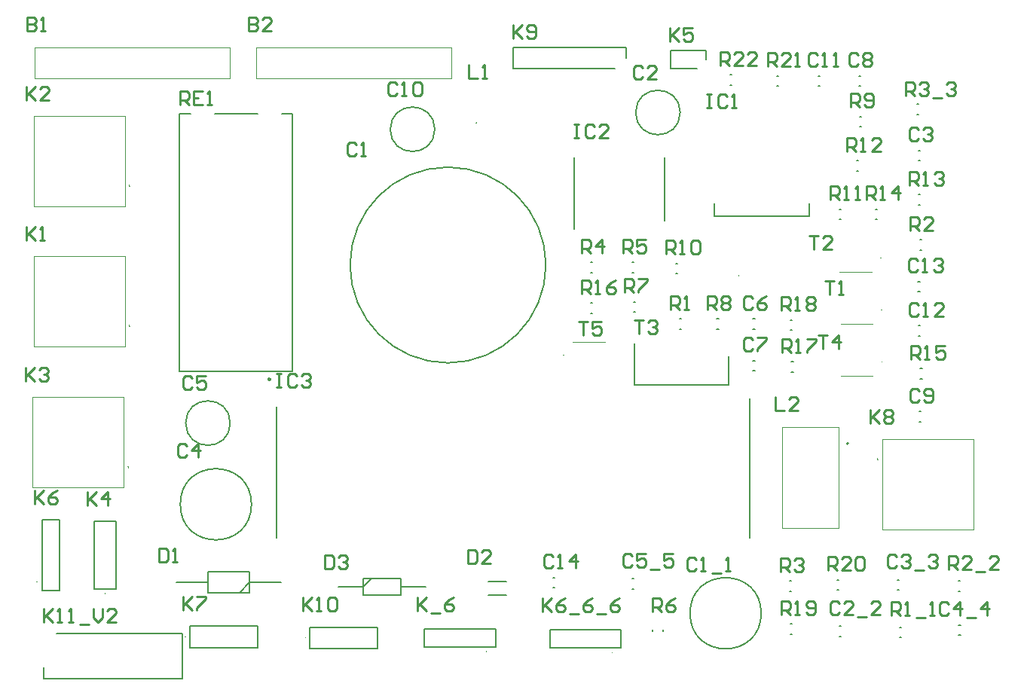
<source format=gto>
G04*
G04 #@! TF.GenerationSoftware,Altium Limited,Altium Designer,22.2.1 (43)*
G04*
G04 Layer_Color=65535*
%FSLAX25Y25*%
%MOIN*%
G70*
G04*
G04 #@! TF.SameCoordinates,9B2A0443-DB6B-4A28-8C2A-7826D6EB9F8E*
G04*
G04*
G04 #@! TF.FilePolarity,Positive*
G04*
G01*
G75*
%ADD10C,0.00394*%
%ADD11C,0.00787*%
%ADD12C,0.00984*%
%ADD13C,0.01000*%
D10*
X592906Y274937D02*
G03*
X593299Y274937I197J0D01*
G01*
D02*
G03*
X592906Y274937I-197J0D01*
G01*
Y298000D02*
G03*
X593299Y298000I197J0D01*
G01*
D02*
G03*
X592906Y298000I-197J0D01*
G01*
X592406Y321000D02*
G03*
X592799Y321000I197J0D01*
G01*
D02*
G03*
X592406Y321000I-197J0D01*
G01*
X473748Y146201D02*
G03*
X473748Y146595I0J197D01*
G01*
D02*
G03*
X473748Y146201I0J-197D01*
G01*
X529764Y313461D02*
G03*
X529764Y313067I0J-197D01*
G01*
D02*
G03*
X529764Y313461I0J197D01*
G01*
X452201Y278000D02*
G03*
X452595Y278000I197J0D01*
G01*
D02*
G03*
X452201Y278000I-197J0D01*
G01*
X338307Y153000D02*
G03*
X337913Y153000I-197J0D01*
G01*
D02*
G03*
X338307Y153000I197J0D01*
G01*
X418248Y147095D02*
G03*
X418248Y146701I0J-197D01*
G01*
D02*
G03*
X418248Y147095I0J197D01*
G01*
X284913Y153500D02*
G03*
X285307Y153500I197J0D01*
G01*
D02*
G03*
X284913Y153500I-197J0D01*
G01*
X219201Y177752D02*
G03*
X219595Y177752I197J0D01*
G01*
D02*
G03*
X219201Y177752I-197J0D01*
G01*
X249500Y172413D02*
G03*
X249500Y172807I0J197D01*
G01*
D02*
G03*
X249500Y172413I0J-197D01*
G01*
X574913Y268835D02*
X589087D01*
X574913Y291898D02*
X589087D01*
X574413Y314898D02*
X588587D01*
X217937Y344000D02*
X258291D01*
Y384000D01*
X217937D02*
X258291D01*
X217937Y344000D02*
Y384000D01*
Y282000D02*
X258291D01*
Y322000D01*
X217937D02*
X258291D01*
X217937Y282000D02*
Y322000D01*
X316193Y400594D02*
Y414374D01*
Y400594D02*
X402807D01*
Y414374D01*
X316193D02*
X402807D01*
X304807Y400626D02*
Y414406D01*
X218193D02*
X304807D01*
X218193Y400626D02*
Y414406D01*
Y400626D02*
X304807D01*
X456413Y284102D02*
X470587D01*
X217437Y219500D02*
Y259500D01*
X257791D01*
Y219500D02*
Y259500D01*
X217437Y219500D02*
X257791D01*
X633563Y201000D02*
Y241000D01*
X593209Y201000D02*
X633563D01*
X593209D02*
Y241000D01*
X633563D01*
X549098Y201598D02*
X573902D01*
X549098D02*
Y246402D01*
X573902D01*
Y201598D02*
Y246402D01*
D11*
X539748Y163890D02*
G03*
X539748Y163890I-15748J0D01*
G01*
X260260Y352819D02*
G03*
X260260Y353213I0J197D01*
G01*
D02*
G03*
X260260Y352819I0J-197D01*
G01*
D02*
G03*
X260260Y353213I0J197D01*
G01*
Y290819D02*
G03*
X260260Y291213I0J197D01*
G01*
D02*
G03*
X260260Y290819I0J-197D01*
G01*
D02*
G03*
X260260Y291213I0J197D01*
G01*
X304842Y248063D02*
G03*
X304842Y248063I-9843J0D01*
G01*
X314248Y212110D02*
G03*
X314248Y212110I-15748J0D01*
G01*
X444492Y318000D02*
G03*
X444492Y318000I-43307J0D01*
G01*
X395342Y378063D02*
G03*
X395342Y378063I-9843J0D01*
G01*
X259760Y228319D02*
G03*
X259760Y228713I0J197D01*
G01*
D02*
G03*
X259760Y228319I0J-197D01*
G01*
D02*
G03*
X259760Y228713I0J197D01*
G01*
X503905Y385500D02*
G03*
X503905Y385500I-9843J0D01*
G01*
X413878Y381000D02*
G03*
X413878Y381000I-197J0D01*
G01*
X591240Y232181D02*
G03*
X591240Y231787I0J-197D01*
G01*
D02*
G03*
X591240Y232181I0J197D01*
G01*
D02*
G03*
X591240Y231787I0J-197D01*
G01*
X578311Y239000D02*
G03*
X577524Y239000I-394J0D01*
G01*
D02*
G03*
X578311Y239000I394J0D01*
G01*
X222311Y135000D02*
Y140000D01*
Y135000D02*
X283689D01*
Y155000D01*
X228000D02*
X283689D01*
X608606Y384736D02*
X609394D01*
X608606Y389264D02*
X609394D01*
X626858Y173736D02*
X627646D01*
X626858Y178264D02*
X627646D01*
X600858Y153236D02*
X601646D01*
X600858Y157764D02*
X601646D01*
X446189Y148563D02*
X477685D01*
X446189D02*
Y156437D01*
X477685D01*
Y148563D02*
Y156437D01*
X482606Y174736D02*
X483394D01*
X482606Y179264D02*
X483394D01*
X627106Y154236D02*
X627894D01*
X627106Y158764D02*
X627894D01*
X599858Y174236D02*
X600646D01*
X599858Y178764D02*
X600646D01*
X574354Y158264D02*
X575142D01*
X574354Y153736D02*
X575142D01*
X560984Y339563D02*
Y345350D01*
X519016Y339563D02*
X560984D01*
X519016D02*
Y345350D01*
X282500Y270913D02*
Y385087D01*
X327677D02*
X332500D01*
X298150D02*
X316850D01*
X282500D02*
X287323D01*
X332500Y270913D02*
Y385087D01*
X282500Y270913D02*
X332500D01*
X496264Y155854D02*
Y156642D01*
X491736Y155854D02*
Y156642D01*
X552358Y173736D02*
X553146D01*
X552358Y178264D02*
X553146D01*
X419063Y177953D02*
X426937D01*
X419063Y172047D02*
X426937D01*
X294992Y172874D02*
X313496D01*
X294992D02*
Y182126D01*
X313496D01*
Y172874D02*
Y182126D01*
X308870Y172874D02*
X313496Y177500D01*
X327374D01*
X281114D02*
X294992D01*
X609354Y291264D02*
X610142D01*
X609354Y286736D02*
X610142D01*
X525248Y264921D02*
Y277500D01*
X483752Y264921D02*
X525248D01*
X483752D02*
Y283386D01*
X534748Y197126D02*
Y258831D01*
X325252Y197126D02*
Y255126D01*
X497000Y337626D02*
Y365626D01*
X457000Y333972D02*
Y365626D01*
X525858Y402264D02*
X526646D01*
X525858Y397736D02*
X526646D01*
X546606Y401764D02*
X547394D01*
X546606Y397236D02*
X547394D01*
X573354Y178764D02*
X574142D01*
X573354Y174236D02*
X574142D01*
X552606Y159264D02*
X553394D01*
X552606Y154736D02*
X553394D01*
X552606Y293764D02*
X553394D01*
X552606Y289236D02*
X553394D01*
X553106Y275264D02*
X553894D01*
X553106Y270736D02*
X553894D01*
X464354Y296736D02*
X465142D01*
X464354Y301264D02*
X465142D01*
X610106Y267736D02*
X610894D01*
X610106Y272264D02*
X610894D01*
X590354Y342764D02*
X591142D01*
X590354Y338236D02*
X591142D01*
X609358Y349264D02*
X610146D01*
X609358Y344736D02*
X610146D01*
X581858Y364264D02*
X582646D01*
X581858Y359736D02*
X582646D01*
X574354Y338236D02*
X575142D01*
X574354Y342764D02*
X575142D01*
X501854Y318764D02*
X502642D01*
X501854Y314236D02*
X502642D01*
X583354Y379236D02*
X584142D01*
X583354Y383764D02*
X584142D01*
X520106Y289736D02*
X520894D01*
X520106Y294264D02*
X520894D01*
X483354Y301764D02*
X484142D01*
X483354Y297236D02*
X484142D01*
X482606Y314736D02*
X483394D01*
X482606Y319264D02*
X483394D01*
X464358Y314736D02*
X465146D01*
X464358Y319264D02*
X465146D01*
X609854Y324736D02*
X610642D01*
X609854Y329264D02*
X610642D01*
X503606Y289736D02*
X504394D01*
X503606Y294264D02*
X504394D01*
X447606Y179764D02*
X448394D01*
X447606Y175236D02*
X448394D01*
X609106Y306236D02*
X609894D01*
X609106Y310764D02*
X609894D01*
X564854Y401764D02*
X565642D01*
X564854Y397236D02*
X565642D01*
X609606Y253264D02*
X610394D01*
X609606Y248736D02*
X610394D01*
X582858Y401764D02*
X583646D01*
X582858Y397236D02*
X583646D01*
X536106Y275764D02*
X536894D01*
X536106Y271236D02*
X536894D01*
X536106Y294264D02*
X536894D01*
X536106Y289736D02*
X536894D01*
X609358Y364236D02*
X610146D01*
X609358Y368764D02*
X610146D01*
X363602Y179142D02*
X380335D01*
Y171858D02*
Y179142D01*
X363602Y171858D02*
X380335D01*
X363602D02*
Y179142D01*
Y175500D02*
X367244Y179142D01*
X352579Y175500D02*
X363602D01*
X380335D02*
X391358D01*
X340000Y148256D02*
Y157744D01*
Y148256D02*
X370000D01*
Y157744D01*
X340000D02*
X370000D01*
X422185Y149063D02*
Y156937D01*
X390689D02*
X422185D01*
X390689Y149063D02*
Y156937D01*
Y149063D02*
X422185D01*
X287000Y158244D02*
X317000D01*
Y148756D02*
Y158244D01*
X287000Y148756D02*
X317000D01*
X287000D02*
Y158244D01*
X515311Y409000D02*
Y412937D01*
X499563D02*
X515311D01*
X499563Y405063D02*
Y412937D01*
Y405063D02*
X511374D01*
X430098Y404854D02*
X475000D01*
X430098D02*
Y414146D01*
X479902D01*
Y409500D02*
Y414146D01*
X221563Y173815D02*
Y205311D01*
X229437D01*
Y173815D02*
Y205311D01*
X221563Y173815D02*
X229437D01*
X244756Y174500D02*
Y204500D01*
X254244D01*
Y174500D02*
Y204500D01*
X244756Y174500D02*
X254244D01*
D12*
X322657Y267469D02*
G03*
X322657Y267469I-492J0D01*
G01*
D13*
X222200Y166098D02*
Y160100D01*
Y162099D01*
X226199Y166098D01*
X223200Y163099D01*
X226199Y160100D01*
X228198D02*
X230197D01*
X229198D01*
Y166098D01*
X228198Y165098D01*
X233196Y160100D02*
X235196D01*
X234196D01*
Y166098D01*
X233196Y165098D01*
X238195Y159100D02*
X242194D01*
X244193Y166098D02*
Y162099D01*
X246192Y160100D01*
X248192Y162099D01*
Y166098D01*
X254190Y160100D02*
X250191D01*
X254190Y164099D01*
Y165098D01*
X253190Y166098D01*
X251191D01*
X250191Y165098D01*
X568001Y310999D02*
X572000D01*
X570001D01*
Y305001D01*
X573999D02*
X575999D01*
X574999D01*
Y310999D01*
X573999Y309999D01*
X603752Y393001D02*
Y398999D01*
X606751D01*
X607750Y397999D01*
Y396000D01*
X606751Y395000D01*
X603752D01*
X605751D02*
X607750Y393001D01*
X609750Y397999D02*
X610749Y398999D01*
X612749D01*
X613748Y397999D01*
Y397000D01*
X612749Y396000D01*
X611749D01*
X612749D01*
X613748Y395000D01*
Y394001D01*
X612749Y393001D01*
X610749D01*
X609750Y394001D01*
X615748Y392001D02*
X619746D01*
X621746Y397999D02*
X622745Y398999D01*
X624745D01*
X625744Y397999D01*
Y397000D01*
X624745Y396000D01*
X623745D01*
X624745D01*
X625744Y395000D01*
Y394001D01*
X624745Y393001D01*
X622745D01*
X621746Y394001D01*
X622800Y183400D02*
Y189398D01*
X625799D01*
X626799Y188398D01*
Y186399D01*
X625799Y185399D01*
X622800D01*
X624799D02*
X626799Y183400D01*
X632797D02*
X628798D01*
X632797Y187399D01*
Y188398D01*
X631797Y189398D01*
X629798D01*
X628798Y188398D01*
X634796Y182400D02*
X638795D01*
X644793Y183400D02*
X640794D01*
X644793Y187399D01*
Y188398D01*
X643793Y189398D01*
X641794D01*
X640794Y188398D01*
X597255Y163001D02*
Y168999D01*
X600254D01*
X601254Y167999D01*
Y166000D01*
X600254Y165000D01*
X597255D01*
X599254D02*
X601254Y163001D01*
X603253D02*
X605253D01*
X604253D01*
Y168999D01*
X603253Y167999D01*
X608251Y162001D02*
X612250D01*
X614250Y163001D02*
X616249D01*
X615249D01*
Y168999D01*
X614250Y167999D01*
X443100Y170598D02*
Y164600D01*
Y166599D01*
X447099Y170598D01*
X444100Y167599D01*
X447099Y164600D01*
X453097Y170598D02*
X451097Y169598D01*
X449098Y167599D01*
Y165600D01*
X450098Y164600D01*
X452097D01*
X453097Y165600D01*
Y166599D01*
X452097Y167599D01*
X449098D01*
X455096Y163600D02*
X459095D01*
X465093Y170598D02*
X463094Y169598D01*
X461094Y167599D01*
Y165600D01*
X462094Y164600D01*
X464093D01*
X465093Y165600D01*
Y166599D01*
X464093Y167599D01*
X461094D01*
X467092Y163600D02*
X471091D01*
X477089Y170598D02*
X475090Y169598D01*
X473090Y167599D01*
Y165600D01*
X474090Y164600D01*
X476089D01*
X477089Y165600D01*
Y166599D01*
X476089Y167599D01*
X473090D01*
X482599Y189398D02*
X481599Y190398D01*
X479600D01*
X478600Y189398D01*
Y185400D01*
X479600Y184400D01*
X481599D01*
X482599Y185400D01*
X488597Y190398D02*
X484598D01*
Y187399D01*
X486597Y188399D01*
X487597D01*
X488597Y187399D01*
Y185400D01*
X487597Y184400D01*
X485598D01*
X484598Y185400D01*
X490596Y183400D02*
X494595D01*
X500593Y190398D02*
X496594D01*
Y187399D01*
X498594Y188399D01*
X499593D01*
X500593Y187399D01*
Y185400D01*
X499593Y184400D01*
X497594D01*
X496594Y185400D01*
X622750Y167999D02*
X621751Y168999D01*
X619751D01*
X618752Y167999D01*
Y164000D01*
X619751Y163001D01*
X621751D01*
X622750Y164000D01*
X627749Y163001D02*
Y168999D01*
X624750Y166000D01*
X628748D01*
X630748Y162001D02*
X634746D01*
X639745Y163001D02*
Y168999D01*
X636746Y166000D01*
X640744D01*
X599799Y188898D02*
X598799Y189898D01*
X596800D01*
X595800Y188898D01*
Y184900D01*
X596800Y183900D01*
X598799D01*
X599799Y184900D01*
X601798Y188898D02*
X602798Y189898D01*
X604797D01*
X605797Y188898D01*
Y187899D01*
X604797Y186899D01*
X603797D01*
X604797D01*
X605797Y185899D01*
Y184900D01*
X604797Y183900D01*
X602798D01*
X601798Y184900D01*
X607796Y182900D02*
X611795D01*
X613794Y188898D02*
X614794Y189898D01*
X616793D01*
X617793Y188898D01*
Y187899D01*
X616793Y186899D01*
X615794D01*
X616793D01*
X617793Y185899D01*
Y184900D01*
X616793Y183900D01*
X614794D01*
X613794Y184900D01*
X574299Y168398D02*
X573299Y169398D01*
X571300D01*
X570300Y168398D01*
Y164400D01*
X571300Y163400D01*
X573299D01*
X574299Y164400D01*
X580297Y163400D02*
X576298D01*
X580297Y167399D01*
Y168398D01*
X579297Y169398D01*
X577298D01*
X576298Y168398D01*
X582296Y162400D02*
X586295D01*
X592293Y163400D02*
X588294D01*
X592293Y167399D01*
Y168398D01*
X591293Y169398D01*
X589294D01*
X588294Y168398D01*
X511002Y187499D02*
X510002Y188499D01*
X508003D01*
X507003Y187499D01*
Y183501D01*
X508003Y182501D01*
X510002D01*
X511002Y183501D01*
X513001Y182501D02*
X515000D01*
X514001D01*
Y188499D01*
X513001Y187499D01*
X518000Y181501D02*
X521998D01*
X523998Y182501D02*
X525997D01*
X524997D01*
Y188499D01*
X523998Y187499D01*
X515800Y393698D02*
X517799D01*
X516800D01*
Y387700D01*
X515800D01*
X517799D01*
X524797Y392698D02*
X523797Y393698D01*
X521798D01*
X520798Y392698D01*
Y388700D01*
X521798Y387700D01*
X523797D01*
X524797Y388700D01*
X526796Y387700D02*
X528796D01*
X527796D01*
Y393698D01*
X526796Y392698D01*
X282700Y388900D02*
Y394898D01*
X285699D01*
X286699Y393898D01*
Y391899D01*
X285699Y390899D01*
X282700D01*
X284699D02*
X286699Y388900D01*
X292697Y394898D02*
X288698D01*
Y388900D01*
X292697D01*
X288698Y391899D02*
X290697D01*
X294696Y388900D02*
X296695D01*
X295696D01*
Y394898D01*
X294696Y393898D01*
X491600Y164700D02*
Y170698D01*
X494599D01*
X495599Y169698D01*
Y167699D01*
X494599Y166699D01*
X491600D01*
X493599D02*
X495599Y164700D01*
X501597Y170698D02*
X499597Y169698D01*
X497598Y167699D01*
Y165700D01*
X498598Y164700D01*
X500597D01*
X501597Y165700D01*
Y166699D01*
X500597Y167699D01*
X497598D01*
X548300Y182400D02*
Y188398D01*
X551299D01*
X552299Y187398D01*
Y185399D01*
X551299Y184399D01*
X548300D01*
X550299D02*
X552299Y182400D01*
X554298Y187398D02*
X555298Y188398D01*
X557297D01*
X558297Y187398D01*
Y186399D01*
X557297Y185399D01*
X556297D01*
X557297D01*
X558297Y184399D01*
Y183400D01*
X557297Y182400D01*
X555298D01*
X554298Y183400D01*
X214800Y397098D02*
Y391100D01*
Y393099D01*
X218799Y397098D01*
X215800Y394099D01*
X218799Y391100D01*
X224797D02*
X220798D01*
X224797Y395099D01*
Y396098D01*
X223797Y397098D01*
X221798D01*
X220798Y396098D01*
X214800Y335098D02*
Y329100D01*
Y331099D01*
X218799Y335098D01*
X215800Y332099D01*
X218799Y329100D01*
X220798D02*
X222797D01*
X221798D01*
Y335098D01*
X220798Y334098D01*
X410000Y192098D02*
Y186100D01*
X412999D01*
X413999Y187100D01*
Y191098D01*
X412999Y192098D01*
X410000D01*
X419997Y186100D02*
X415998D01*
X419997Y190099D01*
Y191098D01*
X418997Y192098D01*
X416998D01*
X415998Y191098D01*
X273200Y192598D02*
Y186600D01*
X276199D01*
X277199Y187600D01*
Y191598D01*
X276199Y192598D01*
X273200D01*
X279198Y186600D02*
X281197D01*
X280198D01*
Y192598D01*
X279198Y191598D01*
X288099Y267998D02*
X287099Y268998D01*
X285100D01*
X284100Y267998D01*
Y264000D01*
X285100Y263000D01*
X287099D01*
X288099Y264000D01*
X294097Y268998D02*
X290098D01*
Y265999D01*
X292097Y266999D01*
X293097D01*
X294097Y265999D01*
Y264000D01*
X293097Y263000D01*
X291098D01*
X290098Y264000D01*
X285699Y237898D02*
X284699Y238898D01*
X282700D01*
X281700Y237898D01*
Y233900D01*
X282700Y232900D01*
X284699D01*
X285699Y233900D01*
X290697Y232900D02*
Y238898D01*
X287698Y235899D01*
X291697D01*
X360799Y371398D02*
X359799Y372398D01*
X357800D01*
X356800Y371398D01*
Y367400D01*
X357800Y366400D01*
X359799D01*
X360799Y367400D01*
X362798Y366400D02*
X364797D01*
X363798D01*
Y372398D01*
X362798Y371398D01*
X313100Y427498D02*
Y421500D01*
X316099D01*
X317099Y422500D01*
Y423499D01*
X316099Y424499D01*
X313100D01*
X316099D01*
X317099Y425499D01*
Y426498D01*
X316099Y427498D01*
X313100D01*
X323097Y421500D02*
X319098D01*
X323097Y425499D01*
Y426498D01*
X322097Y427498D01*
X320098D01*
X319098Y426498D01*
X215100Y427498D02*
Y421500D01*
X218099D01*
X219099Y422500D01*
Y423499D01*
X218099Y424499D01*
X215100D01*
X218099D01*
X219099Y425499D01*
Y426498D01*
X218099Y427498D01*
X215100D01*
X221098Y421500D02*
X223097D01*
X222098D01*
Y427498D01*
X221098Y426498D01*
X609299Y300398D02*
X608299Y301398D01*
X606300D01*
X605300Y300398D01*
Y296400D01*
X606300Y295400D01*
X608299D01*
X609299Y296400D01*
X611298Y295400D02*
X613297D01*
X612298D01*
Y301398D01*
X611298Y300398D01*
X620295Y295400D02*
X616296D01*
X620295Y299399D01*
Y300398D01*
X619296Y301398D01*
X617296D01*
X616296Y300398D01*
X459002Y292999D02*
X463000D01*
X461001D01*
Y287001D01*
X468998Y292999D02*
X465000D01*
Y290000D01*
X466999Y291000D01*
X467999D01*
X468998Y290000D01*
Y288001D01*
X467999Y287001D01*
X465999D01*
X465000Y288001D01*
X565002Y286999D02*
X569000D01*
X567001D01*
Y281001D01*
X573999D02*
Y286999D01*
X571000Y284000D01*
X574998D01*
X483700Y293498D02*
X487699D01*
X485699D01*
Y287500D01*
X489698Y292498D02*
X490698Y293498D01*
X492697D01*
X493697Y292498D01*
Y291499D01*
X492697Y290499D01*
X491697D01*
X492697D01*
X493697Y289499D01*
Y288500D01*
X492697Y287500D01*
X490698D01*
X489698Y288500D01*
X561002Y330999D02*
X565000D01*
X563001D01*
Y325001D01*
X570998D02*
X567000D01*
X570998Y329000D01*
Y329999D01*
X569999Y330999D01*
X567999D01*
X567000Y329999D01*
X521800Y406400D02*
Y412398D01*
X524799D01*
X525799Y411398D01*
Y409399D01*
X524799Y408399D01*
X521800D01*
X523799D02*
X525799Y406400D01*
X531797D02*
X527798D01*
X531797Y410399D01*
Y411398D01*
X530797Y412398D01*
X528798D01*
X527798Y411398D01*
X537795Y406400D02*
X533796D01*
X537795Y410399D01*
Y411398D01*
X536795Y412398D01*
X534796D01*
X533796Y411398D01*
X542600Y405900D02*
Y411898D01*
X545599D01*
X546599Y410898D01*
Y408899D01*
X545599Y407899D01*
X542600D01*
X544599D02*
X546599Y405900D01*
X552597D02*
X548598D01*
X552597Y409899D01*
Y410898D01*
X551597Y411898D01*
X549598D01*
X548598Y410898D01*
X554596Y405900D02*
X556596D01*
X555596D01*
Y411898D01*
X554596Y410898D01*
X569300Y182900D02*
Y188898D01*
X572299D01*
X573299Y187898D01*
Y185899D01*
X572299Y184899D01*
X569300D01*
X571299D02*
X573299Y182900D01*
X579297D02*
X575298D01*
X579297Y186899D01*
Y187898D01*
X578297Y188898D01*
X576298D01*
X575298Y187898D01*
X581296D02*
X582296Y188898D01*
X584295D01*
X585295Y187898D01*
Y183900D01*
X584295Y182900D01*
X582296D01*
X581296Y183900D01*
Y187898D01*
X548600Y163400D02*
Y169398D01*
X551599D01*
X552599Y168398D01*
Y166399D01*
X551599Y165399D01*
X548600D01*
X550599D02*
X552599Y163400D01*
X554598D02*
X556597D01*
X555598D01*
Y169398D01*
X554598Y168398D01*
X559596Y164400D02*
X560596Y163400D01*
X562596D01*
X563595Y164400D01*
Y168398D01*
X562596Y169398D01*
X560596D01*
X559596Y168398D01*
Y167399D01*
X560596Y166399D01*
X563595D01*
X548600Y297900D02*
Y303898D01*
X551599D01*
X552599Y302898D01*
Y300899D01*
X551599Y299899D01*
X548600D01*
X550599D02*
X552599Y297900D01*
X554598D02*
X556597D01*
X555598D01*
Y303898D01*
X554598Y302898D01*
X559596D02*
X560596Y303898D01*
X562596D01*
X563595Y302898D01*
Y301899D01*
X562596Y300899D01*
X563595Y299899D01*
Y298900D01*
X562596Y297900D01*
X560596D01*
X559596Y298900D01*
Y299899D01*
X560596Y300899D01*
X559596Y301899D01*
Y302898D01*
X560596Y300899D02*
X562596D01*
X549100Y279400D02*
Y285398D01*
X552099D01*
X553099Y284398D01*
Y282399D01*
X552099Y281399D01*
X549100D01*
X551099D02*
X553099Y279400D01*
X555098D02*
X557097D01*
X556098D01*
Y285398D01*
X555098Y284398D01*
X560096Y285398D02*
X564095D01*
Y284398D01*
X560096Y280400D01*
Y279400D01*
X460300Y305400D02*
Y311398D01*
X463299D01*
X464299Y310398D01*
Y308399D01*
X463299Y307399D01*
X460300D01*
X462299D02*
X464299Y305400D01*
X466298D02*
X468297D01*
X467298D01*
Y311398D01*
X466298Y310398D01*
X475295Y311398D02*
X473296Y310398D01*
X471296Y308399D01*
Y306400D01*
X472296Y305400D01*
X474296D01*
X475295Y306400D01*
Y307399D01*
X474296Y308399D01*
X471296D01*
X606100Y276400D02*
Y282398D01*
X609099D01*
X610099Y281398D01*
Y279399D01*
X609099Y278399D01*
X606100D01*
X608099D02*
X610099Y276400D01*
X612098D02*
X614097D01*
X613098D01*
Y282398D01*
X612098Y281398D01*
X621095Y282398D02*
X617096D01*
Y279399D01*
X619096Y280399D01*
X620095D01*
X621095Y279399D01*
Y277400D01*
X620095Y276400D01*
X618096D01*
X617096Y277400D01*
X586300Y346900D02*
Y352898D01*
X589299D01*
X590299Y351898D01*
Y349899D01*
X589299Y348899D01*
X586300D01*
X588299D02*
X590299Y346900D01*
X592298D02*
X594297D01*
X593298D01*
Y352898D01*
X592298Y351898D01*
X600295Y346900D02*
Y352898D01*
X597296Y349899D01*
X601295D01*
X605300Y353400D02*
Y359398D01*
X608299D01*
X609299Y358398D01*
Y356399D01*
X608299Y355399D01*
X605300D01*
X607299D02*
X609299Y353400D01*
X611298D02*
X613297D01*
X612298D01*
Y359398D01*
X611298Y358398D01*
X616296D02*
X617296Y359398D01*
X619296D01*
X620295Y358398D01*
Y357399D01*
X619296Y356399D01*
X618296D01*
X619296D01*
X620295Y355399D01*
Y354400D01*
X619296Y353400D01*
X617296D01*
X616296Y354400D01*
X577800Y368400D02*
Y374398D01*
X580799D01*
X581799Y373398D01*
Y371399D01*
X580799Y370399D01*
X577800D01*
X579799D02*
X581799Y368400D01*
X583798D02*
X585797D01*
X584798D01*
Y374398D01*
X583798Y373398D01*
X592795Y368400D02*
X588796D01*
X592795Y372399D01*
Y373398D01*
X591795Y374398D01*
X589796D01*
X588796Y373398D01*
X570300Y346900D02*
Y352898D01*
X573299D01*
X574299Y351898D01*
Y349899D01*
X573299Y348899D01*
X570300D01*
X572299D02*
X574299Y346900D01*
X576298D02*
X578297D01*
X577298D01*
Y352898D01*
X576298Y351898D01*
X581296Y346900D02*
X583296D01*
X582296D01*
Y352898D01*
X581296Y351898D01*
X497800Y322900D02*
Y328898D01*
X500799D01*
X501799Y327898D01*
Y325899D01*
X500799Y324899D01*
X497800D01*
X499799D02*
X501799Y322900D01*
X503798D02*
X505797D01*
X504798D01*
Y328898D01*
X503798Y327898D01*
X508796D02*
X509796Y328898D01*
X511796D01*
X512795Y327898D01*
Y323900D01*
X511796Y322900D01*
X509796D01*
X508796Y323900D01*
Y327898D01*
X579300Y387900D02*
Y393898D01*
X582299D01*
X583299Y392898D01*
Y390899D01*
X582299Y389899D01*
X579300D01*
X581299D02*
X583299Y387900D01*
X585298Y388900D02*
X586298Y387900D01*
X588297D01*
X589297Y388900D01*
Y392898D01*
X588297Y393898D01*
X586298D01*
X585298Y392898D01*
Y391899D01*
X586298Y390899D01*
X589297D01*
X516100Y298400D02*
Y304398D01*
X519099D01*
X520099Y303398D01*
Y301399D01*
X519099Y300399D01*
X516100D01*
X518099D02*
X520099Y298400D01*
X522098Y303398D02*
X523098Y304398D01*
X525097D01*
X526097Y303398D01*
Y302399D01*
X525097Y301399D01*
X526097Y300399D01*
Y299400D01*
X525097Y298400D01*
X523098D01*
X522098Y299400D01*
Y300399D01*
X523098Y301399D01*
X522098Y302399D01*
Y303398D01*
X523098Y301399D02*
X525097D01*
X479300Y305900D02*
Y311898D01*
X482299D01*
X483299Y310898D01*
Y308899D01*
X482299Y307899D01*
X479300D01*
X481299D02*
X483299Y305900D01*
X485298Y311898D02*
X489297D01*
Y310898D01*
X485298Y306900D01*
Y305900D01*
X478600Y323400D02*
Y329398D01*
X481599D01*
X482599Y328398D01*
Y326399D01*
X481599Y325399D01*
X478600D01*
X480599D02*
X482599Y323400D01*
X488597Y329398D02*
X484598D01*
Y326399D01*
X486597Y327399D01*
X487597D01*
X488597Y326399D01*
Y324400D01*
X487597Y323400D01*
X485598D01*
X484598Y324400D01*
X460300Y323400D02*
Y329398D01*
X463299D01*
X464299Y328398D01*
Y326399D01*
X463299Y325399D01*
X460300D01*
X462299D02*
X464299Y323400D01*
X469297D02*
Y329398D01*
X466298Y326399D01*
X470297D01*
X605800Y333400D02*
Y339398D01*
X608799D01*
X609799Y338398D01*
Y336399D01*
X608799Y335399D01*
X605800D01*
X607799D02*
X609799Y333400D01*
X615797D02*
X611798D01*
X615797Y337399D01*
Y338398D01*
X614797Y339398D01*
X612798D01*
X611798Y338398D01*
X499600Y298400D02*
Y304398D01*
X502599D01*
X503599Y303398D01*
Y301399D01*
X502599Y300399D01*
X499600D01*
X501599D02*
X503599Y298400D01*
X505598D02*
X507597D01*
X506598D01*
Y304398D01*
X505598Y303398D01*
X546000Y259498D02*
Y253500D01*
X549999D01*
X555997D02*
X551998D01*
X555997Y257499D01*
Y258498D01*
X554997Y259498D01*
X552998D01*
X551998Y258498D01*
X410300Y406598D02*
Y400600D01*
X414299D01*
X416298D02*
X418297D01*
X417298D01*
Y406598D01*
X416298Y405598D01*
X387600Y171098D02*
Y165100D01*
Y167099D01*
X391599Y171098D01*
X388600Y168099D01*
X391599Y165100D01*
X393598Y164100D02*
X397597D01*
X403595Y171098D02*
X401595Y170098D01*
X399596Y168099D01*
Y166100D01*
X400596Y165100D01*
X402595D01*
X403595Y166100D01*
Y167099D01*
X402595Y168099D01*
X399596D01*
X336900Y170898D02*
Y164900D01*
Y166899D01*
X340899Y170898D01*
X337900Y167899D01*
X340899Y164900D01*
X342898D02*
X344897D01*
X343898D01*
Y170898D01*
X342898Y169898D01*
X347896D02*
X348896Y170898D01*
X350896D01*
X351895Y169898D01*
Y165900D01*
X350896Y164900D01*
X348896D01*
X347896Y165900D01*
Y169898D01*
X430000Y424198D02*
Y418200D01*
Y420199D01*
X433999Y424198D01*
X431000Y421199D01*
X433999Y418200D01*
X435998Y419200D02*
X436998Y418200D01*
X438997D01*
X439997Y419200D01*
Y423198D01*
X438997Y424198D01*
X436998D01*
X435998Y423198D01*
Y422199D01*
X436998Y421199D01*
X439997D01*
X587900Y254098D02*
Y248100D01*
Y250099D01*
X591899Y254098D01*
X588900Y251099D01*
X591899Y248100D01*
X593898Y253098D02*
X594898Y254098D01*
X596897D01*
X597897Y253098D01*
Y252099D01*
X596897Y251099D01*
X597897Y250099D01*
Y249100D01*
X596897Y248100D01*
X594898D01*
X593898Y249100D01*
Y250099D01*
X594898Y251099D01*
X593898Y252099D01*
Y253098D01*
X594898Y251099D02*
X596897D01*
X283900Y171398D02*
Y165400D01*
Y167399D01*
X287899Y171398D01*
X284900Y168399D01*
X287899Y165400D01*
X289898Y171398D02*
X293897D01*
Y170398D01*
X289898Y166400D01*
Y165400D01*
X218400Y218398D02*
Y212400D01*
Y214399D01*
X222399Y218398D01*
X219400Y215399D01*
X222399Y212400D01*
X228397Y218398D02*
X226397Y217398D01*
X224398Y215399D01*
Y213400D01*
X225398Y212400D01*
X227397D01*
X228397Y213400D01*
Y214399D01*
X227397Y215399D01*
X224398D01*
X499500Y422998D02*
Y417000D01*
Y418999D01*
X503499Y422998D01*
X500500Y419999D01*
X503499Y417000D01*
X509497Y422998D02*
X505498D01*
Y419999D01*
X507497Y420999D01*
X508497D01*
X509497Y419999D01*
Y418000D01*
X508497Y417000D01*
X506498D01*
X505498Y418000D01*
X241600Y217598D02*
Y211600D01*
Y213599D01*
X245599Y217598D01*
X242600Y214599D01*
X245599Y211600D01*
X250597D02*
Y217598D01*
X247598Y214599D01*
X251597D01*
X214300Y272598D02*
Y266600D01*
Y268599D01*
X218299Y272598D01*
X215300Y269599D01*
X218299Y266600D01*
X220298Y271598D02*
X221298Y272598D01*
X223297D01*
X224297Y271598D01*
Y270599D01*
X223297Y269599D01*
X222297D01*
X223297D01*
X224297Y268599D01*
Y267600D01*
X223297Y266600D01*
X221298D01*
X220298Y267600D01*
X325200Y269798D02*
X327199D01*
X326200D01*
Y263800D01*
X325200D01*
X327199D01*
X334197Y268798D02*
X333197Y269798D01*
X331198D01*
X330198Y268798D01*
Y264800D01*
X331198Y263800D01*
X333197D01*
X334197Y264800D01*
X336196Y268798D02*
X337196Y269798D01*
X339195D01*
X340195Y268798D01*
Y267799D01*
X339195Y266799D01*
X338196D01*
X339195D01*
X340195Y265799D01*
Y264800D01*
X339195Y263800D01*
X337196D01*
X336196Y264800D01*
X456900Y380198D02*
X458899D01*
X457900D01*
Y374200D01*
X456900D01*
X458899D01*
X465897Y379198D02*
X464897Y380198D01*
X462898D01*
X461898Y379198D01*
Y375200D01*
X462898Y374200D01*
X464897D01*
X465897Y375200D01*
X471895Y374200D02*
X467896D01*
X471895Y378199D01*
Y379198D01*
X470895Y380198D01*
X468896D01*
X467896Y379198D01*
X346600Y189598D02*
Y183600D01*
X349599D01*
X350599Y184600D01*
Y188598D01*
X349599Y189598D01*
X346600D01*
X352598Y188598D02*
X353598Y189598D01*
X355597D01*
X356597Y188598D01*
Y187599D01*
X355597Y186599D01*
X354597D01*
X355597D01*
X356597Y185599D01*
Y184600D01*
X355597Y183600D01*
X353598D01*
X352598Y184600D01*
X447599Y188898D02*
X446599Y189898D01*
X444600D01*
X443600Y188898D01*
Y184900D01*
X444600Y183900D01*
X446599D01*
X447599Y184900D01*
X449598Y183900D02*
X451597D01*
X450598D01*
Y189898D01*
X449598Y188898D01*
X457595Y183900D02*
Y189898D01*
X454596Y186899D01*
X458595D01*
X609099Y319898D02*
X608099Y320898D01*
X606100D01*
X605100Y319898D01*
Y315900D01*
X606100Y314900D01*
X608099D01*
X609099Y315900D01*
X611098Y314900D02*
X613097D01*
X612098D01*
Y320898D01*
X611098Y319898D01*
X616096D02*
X617096Y320898D01*
X619096D01*
X620095Y319898D01*
Y318899D01*
X619096Y317899D01*
X618096D01*
X619096D01*
X620095Y316899D01*
Y315900D01*
X619096Y314900D01*
X617096D01*
X616096Y315900D01*
X564799Y410898D02*
X563799Y411898D01*
X561800D01*
X560800Y410898D01*
Y406900D01*
X561800Y405900D01*
X563799D01*
X564799Y406900D01*
X566798Y405900D02*
X568797D01*
X567798D01*
Y411898D01*
X566798Y410898D01*
X571796Y405900D02*
X573796D01*
X572796D01*
Y411898D01*
X571796Y410898D01*
X378599Y397998D02*
X377599Y398998D01*
X375600D01*
X374600Y397998D01*
Y394000D01*
X375600Y393000D01*
X377599D01*
X378599Y394000D01*
X380598Y393000D02*
X382597D01*
X381598D01*
Y398998D01*
X380598Y397998D01*
X385596D02*
X386596Y398998D01*
X388596D01*
X389595Y397998D01*
Y394000D01*
X388596Y393000D01*
X386596D01*
X385596Y394000D01*
Y397998D01*
X609599Y262398D02*
X608599Y263398D01*
X606600D01*
X605600Y262398D01*
Y258400D01*
X606600Y257400D01*
X608599D01*
X609599Y258400D01*
X611598D02*
X612598Y257400D01*
X614597D01*
X615597Y258400D01*
Y262398D01*
X614597Y263398D01*
X612598D01*
X611598Y262398D01*
Y261399D01*
X612598Y260399D01*
X615597D01*
X582799Y410898D02*
X581799Y411898D01*
X579800D01*
X578800Y410898D01*
Y406900D01*
X579800Y405900D01*
X581799D01*
X582799Y406900D01*
X584798Y410898D02*
X585798Y411898D01*
X587797D01*
X588797Y410898D01*
Y409899D01*
X587797Y408899D01*
X588797Y407899D01*
Y406900D01*
X587797Y405900D01*
X585798D01*
X584798Y406900D01*
Y407899D01*
X585798Y408899D01*
X584798Y409899D01*
Y410898D01*
X585798Y408899D02*
X587797D01*
X536099Y284898D02*
X535099Y285898D01*
X533100D01*
X532100Y284898D01*
Y280900D01*
X533100Y279900D01*
X535099D01*
X536099Y280900D01*
X538098Y285898D02*
X542097D01*
Y284898D01*
X538098Y280900D01*
Y279900D01*
X536099Y303398D02*
X535099Y304398D01*
X533100D01*
X532100Y303398D01*
Y299400D01*
X533100Y298400D01*
X535099D01*
X536099Y299400D01*
X542097Y304398D02*
X540097Y303398D01*
X538098Y301399D01*
Y299400D01*
X539098Y298400D01*
X541097D01*
X542097Y299400D01*
Y300399D01*
X541097Y301399D01*
X538098D01*
X609299Y377898D02*
X608299Y378898D01*
X606300D01*
X605300Y377898D01*
Y373900D01*
X606300Y372900D01*
X608299D01*
X609299Y373900D01*
X611298Y377898D02*
X612298Y378898D01*
X614297D01*
X615297Y377898D01*
Y376899D01*
X614297Y375899D01*
X613297D01*
X614297D01*
X615297Y374899D01*
Y373900D01*
X614297Y372900D01*
X612298D01*
X611298Y373900D01*
X487199Y405398D02*
X486199Y406398D01*
X484200D01*
X483200Y405398D01*
Y401400D01*
X484200Y400400D01*
X486199D01*
X487199Y401400D01*
X493197Y400400D02*
X489198D01*
X493197Y404399D01*
Y405398D01*
X492197Y406398D01*
X490198D01*
X489198Y405398D01*
M02*

</source>
